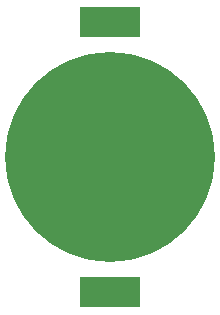
<source format=gbp>
G04 #@! TF.GenerationSoftware,KiCad,Pcbnew,(5.1.5)-3*
G04 #@! TF.CreationDate,2019-12-28T19:55:40-06:00*
G04 #@! TF.ProjectId,tymkrs_Cyphercon_2020_IRbutton,74796d6b-7273-45f4-9379-70686572636f,V0*
G04 #@! TF.SameCoordinates,Original*
G04 #@! TF.FileFunction,Paste,Bot*
G04 #@! TF.FilePolarity,Positive*
%FSLAX46Y46*%
G04 Gerber Fmt 4.6, Leading zero omitted, Abs format (unit mm)*
G04 Created by KiCad (PCBNEW (5.1.5)-3) date 2019-12-28 19:55:40*
%MOMM*%
%LPD*%
G04 APERTURE LIST*
%ADD10C,17.780000*%
%ADD11R,5.080000X2.540000*%
G04 APERTURE END LIST*
D10*
X151130000Y-90805000D03*
D11*
X151130000Y-79375000D03*
X151130000Y-102235000D03*
M02*

</source>
